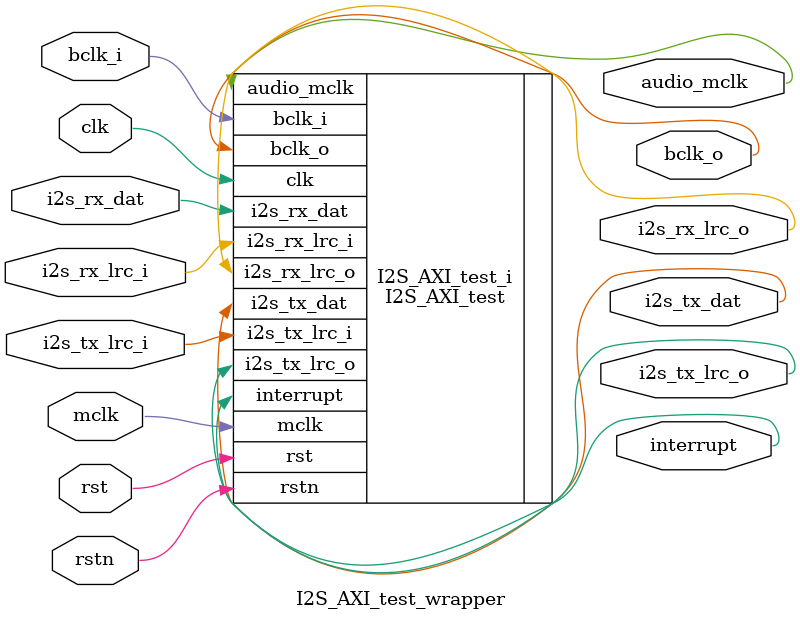
<source format=v>
`timescale 1 ps / 1 ps

module I2S_AXI_test_wrapper
   (audio_mclk,
    bclk_i,
    bclk_o,
    clk,
    i2s_rx_dat,
    i2s_rx_lrc_i,
    i2s_rx_lrc_o,
    i2s_tx_dat,
    i2s_tx_lrc_i,
    i2s_tx_lrc_o,
    interrupt,
    mclk,
    rst,
    rstn);
  output audio_mclk;
  input bclk_i;
  output bclk_o;
  input clk;
  input i2s_rx_dat;
  input i2s_rx_lrc_i;
  output i2s_rx_lrc_o;
  output i2s_tx_dat;
  input i2s_tx_lrc_i;
  output i2s_tx_lrc_o;
  output interrupt;
  input mclk;
  input rst;
  input rstn;

  wire audio_mclk;
  wire bclk_i;
  wire bclk_o;
  wire clk;
  wire i2s_rx_dat;
  wire i2s_rx_lrc_i;
  wire i2s_rx_lrc_o;
  wire i2s_tx_dat;
  wire i2s_tx_lrc_i;
  wire i2s_tx_lrc_o;
  wire interrupt;
  wire mclk;
  wire rst;
  wire rstn;

  I2S_AXI_test I2S_AXI_test_i
       (.audio_mclk(audio_mclk),
        .bclk_i(bclk_i),
        .bclk_o(bclk_o),
        .clk(clk),
        .i2s_rx_dat(i2s_rx_dat),
        .i2s_rx_lrc_i(i2s_rx_lrc_i),
        .i2s_rx_lrc_o(i2s_rx_lrc_o),
        .i2s_tx_dat(i2s_tx_dat),
        .i2s_tx_lrc_i(i2s_tx_lrc_i),
        .i2s_tx_lrc_o(i2s_tx_lrc_o),
        .interrupt(interrupt),
        .mclk(mclk),
        .rst(rst),
        .rstn(rstn));
endmodule

</source>
